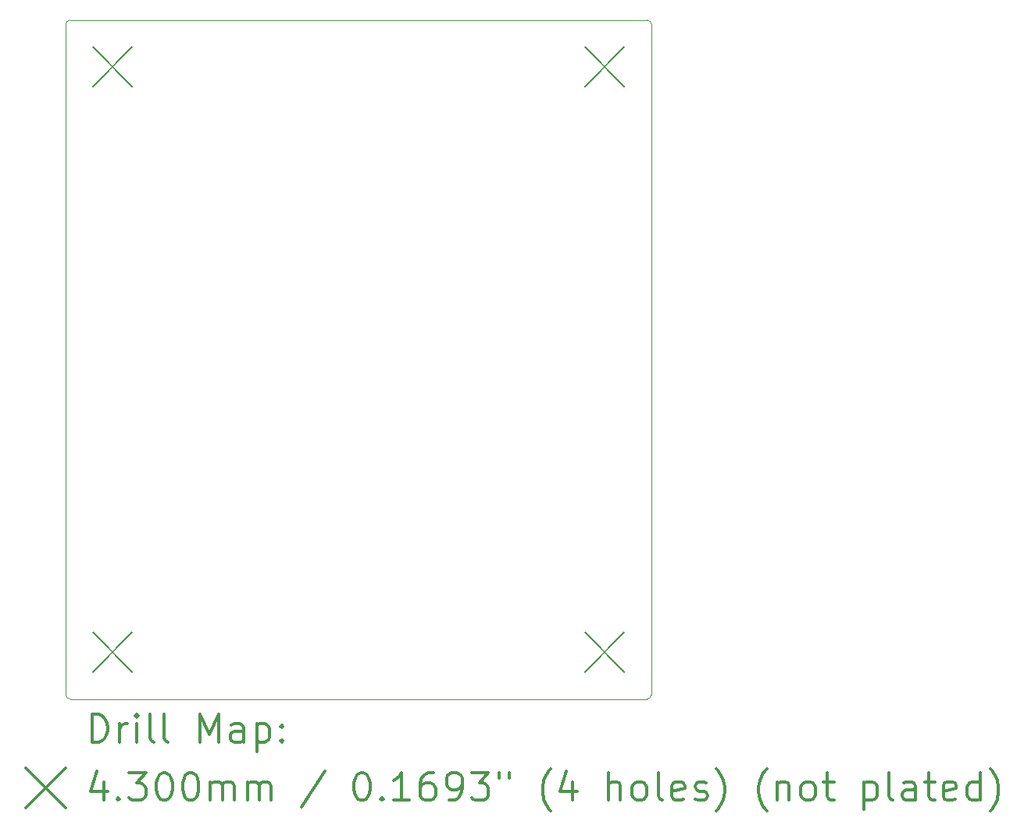
<source format=gbr>
%FSLAX45Y45*%
G04 Gerber Fmt 4.5, Leading zero omitted, Abs format (unit mm)*
G04 Created by KiCad (PCBNEW 5.1.12-84ad8e8a86~92~ubuntu16.04.1) date 2022-12-06 17:37:36*
%MOMM*%
%LPD*%
G01*
G04 APERTURE LIST*
%TA.AperFunction,Profile*%
%ADD10C,0.050000*%
%TD*%
%ADD11C,0.200000*%
%ADD12C,0.300000*%
G04 APERTURE END LIST*
D10*
X19050000Y-5384800D02*
X19050000Y-12649200D01*
X18999200Y-12700000D02*
X12750800Y-12700000D01*
X12700000Y-12649200D02*
X12700000Y-5384800D01*
X12750800Y-5334000D02*
X18999200Y-5334000D01*
X12700000Y-5384800D02*
G75*
G02*
X12750800Y-5334000I50800J0D01*
G01*
X18999200Y-5334000D02*
G75*
G02*
X19050000Y-5384800I0J-50800D01*
G01*
X19050000Y-12649200D02*
G75*
G02*
X18999200Y-12700000I-50800J0D01*
G01*
X12750800Y-12700000D02*
G75*
G02*
X12700000Y-12649200I0J50800D01*
G01*
D11*
X12993000Y-5627000D02*
X13423000Y-6057000D01*
X13423000Y-5627000D02*
X12993000Y-6057000D01*
X12993000Y-11977000D02*
X13423000Y-12407000D01*
X13423000Y-11977000D02*
X12993000Y-12407000D01*
X18327000Y-5627000D02*
X18757000Y-6057000D01*
X18757000Y-5627000D02*
X18327000Y-6057000D01*
X18327000Y-11977000D02*
X18757000Y-12407000D01*
X18757000Y-11977000D02*
X18327000Y-12407000D01*
D12*
X12983928Y-13168214D02*
X12983928Y-12868214D01*
X13055357Y-12868214D01*
X13098214Y-12882500D01*
X13126786Y-12911071D01*
X13141071Y-12939643D01*
X13155357Y-12996786D01*
X13155357Y-13039643D01*
X13141071Y-13096786D01*
X13126786Y-13125357D01*
X13098214Y-13153929D01*
X13055357Y-13168214D01*
X12983928Y-13168214D01*
X13283928Y-13168214D02*
X13283928Y-12968214D01*
X13283928Y-13025357D02*
X13298214Y-12996786D01*
X13312500Y-12982500D01*
X13341071Y-12968214D01*
X13369643Y-12968214D01*
X13469643Y-13168214D02*
X13469643Y-12968214D01*
X13469643Y-12868214D02*
X13455357Y-12882500D01*
X13469643Y-12896786D01*
X13483928Y-12882500D01*
X13469643Y-12868214D01*
X13469643Y-12896786D01*
X13655357Y-13168214D02*
X13626786Y-13153929D01*
X13612500Y-13125357D01*
X13612500Y-12868214D01*
X13812500Y-13168214D02*
X13783928Y-13153929D01*
X13769643Y-13125357D01*
X13769643Y-12868214D01*
X14155357Y-13168214D02*
X14155357Y-12868214D01*
X14255357Y-13082500D01*
X14355357Y-12868214D01*
X14355357Y-13168214D01*
X14626786Y-13168214D02*
X14626786Y-13011071D01*
X14612500Y-12982500D01*
X14583928Y-12968214D01*
X14526786Y-12968214D01*
X14498214Y-12982500D01*
X14626786Y-13153929D02*
X14598214Y-13168214D01*
X14526786Y-13168214D01*
X14498214Y-13153929D01*
X14483928Y-13125357D01*
X14483928Y-13096786D01*
X14498214Y-13068214D01*
X14526786Y-13053929D01*
X14598214Y-13053929D01*
X14626786Y-13039643D01*
X14769643Y-12968214D02*
X14769643Y-13268214D01*
X14769643Y-12982500D02*
X14798214Y-12968214D01*
X14855357Y-12968214D01*
X14883928Y-12982500D01*
X14898214Y-12996786D01*
X14912500Y-13025357D01*
X14912500Y-13111071D01*
X14898214Y-13139643D01*
X14883928Y-13153929D01*
X14855357Y-13168214D01*
X14798214Y-13168214D01*
X14769643Y-13153929D01*
X15041071Y-13139643D02*
X15055357Y-13153929D01*
X15041071Y-13168214D01*
X15026786Y-13153929D01*
X15041071Y-13139643D01*
X15041071Y-13168214D01*
X15041071Y-12982500D02*
X15055357Y-12996786D01*
X15041071Y-13011071D01*
X15026786Y-12996786D01*
X15041071Y-12982500D01*
X15041071Y-13011071D01*
X12267500Y-13447500D02*
X12697500Y-13877500D01*
X12697500Y-13447500D02*
X12267500Y-13877500D01*
X13112500Y-13598214D02*
X13112500Y-13798214D01*
X13041071Y-13483929D02*
X12969643Y-13698214D01*
X13155357Y-13698214D01*
X13269643Y-13769643D02*
X13283928Y-13783929D01*
X13269643Y-13798214D01*
X13255357Y-13783929D01*
X13269643Y-13769643D01*
X13269643Y-13798214D01*
X13383928Y-13498214D02*
X13569643Y-13498214D01*
X13469643Y-13612500D01*
X13512500Y-13612500D01*
X13541071Y-13626786D01*
X13555357Y-13641071D01*
X13569643Y-13669643D01*
X13569643Y-13741071D01*
X13555357Y-13769643D01*
X13541071Y-13783929D01*
X13512500Y-13798214D01*
X13426786Y-13798214D01*
X13398214Y-13783929D01*
X13383928Y-13769643D01*
X13755357Y-13498214D02*
X13783928Y-13498214D01*
X13812500Y-13512500D01*
X13826786Y-13526786D01*
X13841071Y-13555357D01*
X13855357Y-13612500D01*
X13855357Y-13683929D01*
X13841071Y-13741071D01*
X13826786Y-13769643D01*
X13812500Y-13783929D01*
X13783928Y-13798214D01*
X13755357Y-13798214D01*
X13726786Y-13783929D01*
X13712500Y-13769643D01*
X13698214Y-13741071D01*
X13683928Y-13683929D01*
X13683928Y-13612500D01*
X13698214Y-13555357D01*
X13712500Y-13526786D01*
X13726786Y-13512500D01*
X13755357Y-13498214D01*
X14041071Y-13498214D02*
X14069643Y-13498214D01*
X14098214Y-13512500D01*
X14112500Y-13526786D01*
X14126786Y-13555357D01*
X14141071Y-13612500D01*
X14141071Y-13683929D01*
X14126786Y-13741071D01*
X14112500Y-13769643D01*
X14098214Y-13783929D01*
X14069643Y-13798214D01*
X14041071Y-13798214D01*
X14012500Y-13783929D01*
X13998214Y-13769643D01*
X13983928Y-13741071D01*
X13969643Y-13683929D01*
X13969643Y-13612500D01*
X13983928Y-13555357D01*
X13998214Y-13526786D01*
X14012500Y-13512500D01*
X14041071Y-13498214D01*
X14269643Y-13798214D02*
X14269643Y-13598214D01*
X14269643Y-13626786D02*
X14283928Y-13612500D01*
X14312500Y-13598214D01*
X14355357Y-13598214D01*
X14383928Y-13612500D01*
X14398214Y-13641071D01*
X14398214Y-13798214D01*
X14398214Y-13641071D02*
X14412500Y-13612500D01*
X14441071Y-13598214D01*
X14483928Y-13598214D01*
X14512500Y-13612500D01*
X14526786Y-13641071D01*
X14526786Y-13798214D01*
X14669643Y-13798214D02*
X14669643Y-13598214D01*
X14669643Y-13626786D02*
X14683928Y-13612500D01*
X14712500Y-13598214D01*
X14755357Y-13598214D01*
X14783928Y-13612500D01*
X14798214Y-13641071D01*
X14798214Y-13798214D01*
X14798214Y-13641071D02*
X14812500Y-13612500D01*
X14841071Y-13598214D01*
X14883928Y-13598214D01*
X14912500Y-13612500D01*
X14926786Y-13641071D01*
X14926786Y-13798214D01*
X15512500Y-13483929D02*
X15255357Y-13869643D01*
X15898214Y-13498214D02*
X15926786Y-13498214D01*
X15955357Y-13512500D01*
X15969643Y-13526786D01*
X15983928Y-13555357D01*
X15998214Y-13612500D01*
X15998214Y-13683929D01*
X15983928Y-13741071D01*
X15969643Y-13769643D01*
X15955357Y-13783929D01*
X15926786Y-13798214D01*
X15898214Y-13798214D01*
X15869643Y-13783929D01*
X15855357Y-13769643D01*
X15841071Y-13741071D01*
X15826786Y-13683929D01*
X15826786Y-13612500D01*
X15841071Y-13555357D01*
X15855357Y-13526786D01*
X15869643Y-13512500D01*
X15898214Y-13498214D01*
X16126786Y-13769643D02*
X16141071Y-13783929D01*
X16126786Y-13798214D01*
X16112500Y-13783929D01*
X16126786Y-13769643D01*
X16126786Y-13798214D01*
X16426786Y-13798214D02*
X16255357Y-13798214D01*
X16341071Y-13798214D02*
X16341071Y-13498214D01*
X16312500Y-13541071D01*
X16283928Y-13569643D01*
X16255357Y-13583929D01*
X16683928Y-13498214D02*
X16626786Y-13498214D01*
X16598214Y-13512500D01*
X16583928Y-13526786D01*
X16555357Y-13569643D01*
X16541071Y-13626786D01*
X16541071Y-13741071D01*
X16555357Y-13769643D01*
X16569643Y-13783929D01*
X16598214Y-13798214D01*
X16655357Y-13798214D01*
X16683928Y-13783929D01*
X16698214Y-13769643D01*
X16712500Y-13741071D01*
X16712500Y-13669643D01*
X16698214Y-13641071D01*
X16683928Y-13626786D01*
X16655357Y-13612500D01*
X16598214Y-13612500D01*
X16569643Y-13626786D01*
X16555357Y-13641071D01*
X16541071Y-13669643D01*
X16855357Y-13798214D02*
X16912500Y-13798214D01*
X16941071Y-13783929D01*
X16955357Y-13769643D01*
X16983928Y-13726786D01*
X16998214Y-13669643D01*
X16998214Y-13555357D01*
X16983928Y-13526786D01*
X16969643Y-13512500D01*
X16941071Y-13498214D01*
X16883928Y-13498214D01*
X16855357Y-13512500D01*
X16841071Y-13526786D01*
X16826786Y-13555357D01*
X16826786Y-13626786D01*
X16841071Y-13655357D01*
X16855357Y-13669643D01*
X16883928Y-13683929D01*
X16941071Y-13683929D01*
X16969643Y-13669643D01*
X16983928Y-13655357D01*
X16998214Y-13626786D01*
X17098214Y-13498214D02*
X17283928Y-13498214D01*
X17183928Y-13612500D01*
X17226786Y-13612500D01*
X17255357Y-13626786D01*
X17269643Y-13641071D01*
X17283928Y-13669643D01*
X17283928Y-13741071D01*
X17269643Y-13769643D01*
X17255357Y-13783929D01*
X17226786Y-13798214D01*
X17141071Y-13798214D01*
X17112500Y-13783929D01*
X17098214Y-13769643D01*
X17398214Y-13498214D02*
X17398214Y-13555357D01*
X17512500Y-13498214D02*
X17512500Y-13555357D01*
X17955357Y-13912500D02*
X17941071Y-13898214D01*
X17912500Y-13855357D01*
X17898214Y-13826786D01*
X17883928Y-13783929D01*
X17869643Y-13712500D01*
X17869643Y-13655357D01*
X17883928Y-13583929D01*
X17898214Y-13541071D01*
X17912500Y-13512500D01*
X17941071Y-13469643D01*
X17955357Y-13455357D01*
X18198214Y-13598214D02*
X18198214Y-13798214D01*
X18126786Y-13483929D02*
X18055357Y-13698214D01*
X18241071Y-13698214D01*
X18583928Y-13798214D02*
X18583928Y-13498214D01*
X18712500Y-13798214D02*
X18712500Y-13641071D01*
X18698214Y-13612500D01*
X18669643Y-13598214D01*
X18626786Y-13598214D01*
X18598214Y-13612500D01*
X18583928Y-13626786D01*
X18898214Y-13798214D02*
X18869643Y-13783929D01*
X18855357Y-13769643D01*
X18841071Y-13741071D01*
X18841071Y-13655357D01*
X18855357Y-13626786D01*
X18869643Y-13612500D01*
X18898214Y-13598214D01*
X18941071Y-13598214D01*
X18969643Y-13612500D01*
X18983928Y-13626786D01*
X18998214Y-13655357D01*
X18998214Y-13741071D01*
X18983928Y-13769643D01*
X18969643Y-13783929D01*
X18941071Y-13798214D01*
X18898214Y-13798214D01*
X19169643Y-13798214D02*
X19141071Y-13783929D01*
X19126786Y-13755357D01*
X19126786Y-13498214D01*
X19398214Y-13783929D02*
X19369643Y-13798214D01*
X19312500Y-13798214D01*
X19283928Y-13783929D01*
X19269643Y-13755357D01*
X19269643Y-13641071D01*
X19283928Y-13612500D01*
X19312500Y-13598214D01*
X19369643Y-13598214D01*
X19398214Y-13612500D01*
X19412500Y-13641071D01*
X19412500Y-13669643D01*
X19269643Y-13698214D01*
X19526786Y-13783929D02*
X19555357Y-13798214D01*
X19612500Y-13798214D01*
X19641071Y-13783929D01*
X19655357Y-13755357D01*
X19655357Y-13741071D01*
X19641071Y-13712500D01*
X19612500Y-13698214D01*
X19569643Y-13698214D01*
X19541071Y-13683929D01*
X19526786Y-13655357D01*
X19526786Y-13641071D01*
X19541071Y-13612500D01*
X19569643Y-13598214D01*
X19612500Y-13598214D01*
X19641071Y-13612500D01*
X19755357Y-13912500D02*
X19769643Y-13898214D01*
X19798214Y-13855357D01*
X19812500Y-13826786D01*
X19826786Y-13783929D01*
X19841071Y-13712500D01*
X19841071Y-13655357D01*
X19826786Y-13583929D01*
X19812500Y-13541071D01*
X19798214Y-13512500D01*
X19769643Y-13469643D01*
X19755357Y-13455357D01*
X20298214Y-13912500D02*
X20283928Y-13898214D01*
X20255357Y-13855357D01*
X20241071Y-13826786D01*
X20226786Y-13783929D01*
X20212500Y-13712500D01*
X20212500Y-13655357D01*
X20226786Y-13583929D01*
X20241071Y-13541071D01*
X20255357Y-13512500D01*
X20283928Y-13469643D01*
X20298214Y-13455357D01*
X20412500Y-13598214D02*
X20412500Y-13798214D01*
X20412500Y-13626786D02*
X20426786Y-13612500D01*
X20455357Y-13598214D01*
X20498214Y-13598214D01*
X20526786Y-13612500D01*
X20541071Y-13641071D01*
X20541071Y-13798214D01*
X20726786Y-13798214D02*
X20698214Y-13783929D01*
X20683928Y-13769643D01*
X20669643Y-13741071D01*
X20669643Y-13655357D01*
X20683928Y-13626786D01*
X20698214Y-13612500D01*
X20726786Y-13598214D01*
X20769643Y-13598214D01*
X20798214Y-13612500D01*
X20812500Y-13626786D01*
X20826786Y-13655357D01*
X20826786Y-13741071D01*
X20812500Y-13769643D01*
X20798214Y-13783929D01*
X20769643Y-13798214D01*
X20726786Y-13798214D01*
X20912500Y-13598214D02*
X21026786Y-13598214D01*
X20955357Y-13498214D02*
X20955357Y-13755357D01*
X20969643Y-13783929D01*
X20998214Y-13798214D01*
X21026786Y-13798214D01*
X21355357Y-13598214D02*
X21355357Y-13898214D01*
X21355357Y-13612500D02*
X21383928Y-13598214D01*
X21441071Y-13598214D01*
X21469643Y-13612500D01*
X21483928Y-13626786D01*
X21498214Y-13655357D01*
X21498214Y-13741071D01*
X21483928Y-13769643D01*
X21469643Y-13783929D01*
X21441071Y-13798214D01*
X21383928Y-13798214D01*
X21355357Y-13783929D01*
X21669643Y-13798214D02*
X21641071Y-13783929D01*
X21626786Y-13755357D01*
X21626786Y-13498214D01*
X21912500Y-13798214D02*
X21912500Y-13641071D01*
X21898214Y-13612500D01*
X21869643Y-13598214D01*
X21812500Y-13598214D01*
X21783928Y-13612500D01*
X21912500Y-13783929D02*
X21883928Y-13798214D01*
X21812500Y-13798214D01*
X21783928Y-13783929D01*
X21769643Y-13755357D01*
X21769643Y-13726786D01*
X21783928Y-13698214D01*
X21812500Y-13683929D01*
X21883928Y-13683929D01*
X21912500Y-13669643D01*
X22012500Y-13598214D02*
X22126786Y-13598214D01*
X22055357Y-13498214D02*
X22055357Y-13755357D01*
X22069643Y-13783929D01*
X22098214Y-13798214D01*
X22126786Y-13798214D01*
X22341071Y-13783929D02*
X22312500Y-13798214D01*
X22255357Y-13798214D01*
X22226786Y-13783929D01*
X22212500Y-13755357D01*
X22212500Y-13641071D01*
X22226786Y-13612500D01*
X22255357Y-13598214D01*
X22312500Y-13598214D01*
X22341071Y-13612500D01*
X22355357Y-13641071D01*
X22355357Y-13669643D01*
X22212500Y-13698214D01*
X22612500Y-13798214D02*
X22612500Y-13498214D01*
X22612500Y-13783929D02*
X22583928Y-13798214D01*
X22526786Y-13798214D01*
X22498214Y-13783929D01*
X22483928Y-13769643D01*
X22469643Y-13741071D01*
X22469643Y-13655357D01*
X22483928Y-13626786D01*
X22498214Y-13612500D01*
X22526786Y-13598214D01*
X22583928Y-13598214D01*
X22612500Y-13612500D01*
X22726786Y-13912500D02*
X22741071Y-13898214D01*
X22769643Y-13855357D01*
X22783928Y-13826786D01*
X22798214Y-13783929D01*
X22812500Y-13712500D01*
X22812500Y-13655357D01*
X22798214Y-13583929D01*
X22783928Y-13541071D01*
X22769643Y-13512500D01*
X22741071Y-13469643D01*
X22726786Y-13455357D01*
M02*

</source>
